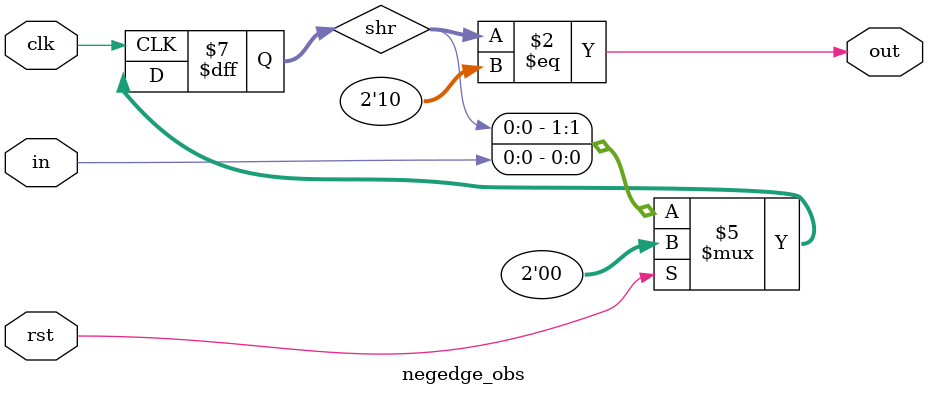
<source format=v>
`timescale 1ns / 1ps
module negedge_obs(
    input in,
    input clk,
    output out,
    input rst
    );

reg [1:0] shr = 2'b00;

always @(posedge clk)
begin
    if(rst)
        shr <= 2'b00;
    else
        shr <= {shr[0],in};
end

assign out = ( shr == 2'b10);

endmodule
</source>
